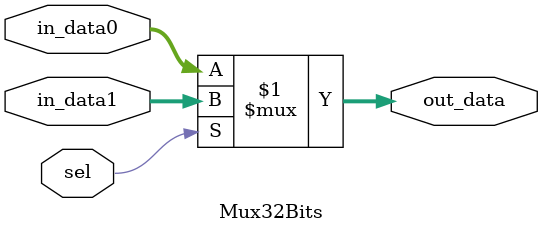
<source format=sv>
/*
 * Autor: Alejandro Bracamonte
 * Fecha: 01 de junio de 2024
 */

// Módulo Mux32Bits (Multiplexor de 32 bits)
// Selecciona entre dos conjuntos de datos de 32 bits basado en una señal de selección.
module Mux32Bits (
    input  logic [31:0] in_data0, // Primer conjunto de datos de entrada de 32 bits
    input  logic [31:0] in_data1, // Segundo conjunto de datos de entrada de 32 bits
    input  logic        sel,      // Señal de selección
    output logic [31:0] out_data  // Datos de salida de 32 bits
);

    assign out_data = (sel) ? in_data1 : in_data0;

endmodule

</source>
